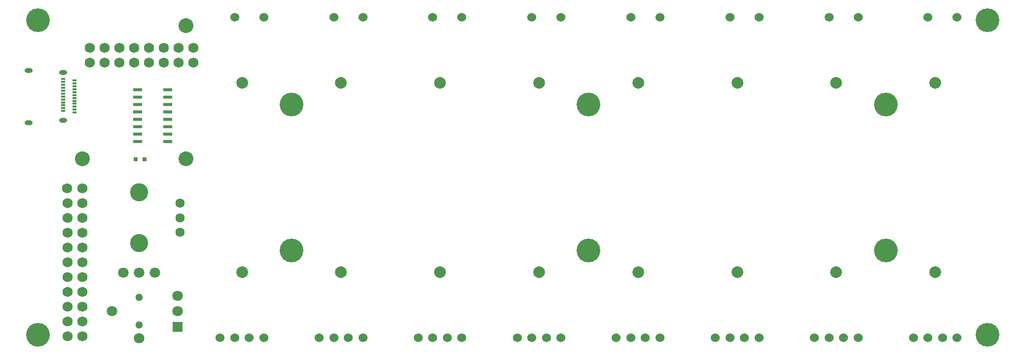
<source format=gbr>
G04 #@! TF.FileFunction,Soldermask,Top*
%FSLAX46Y46*%
G04 Gerber Fmt 4.6, Leading zero omitted, Abs format (unit mm)*
G04 Created by KiCad (PCBNEW 4.0.4-stable) date 07/11/17 15:37:42*
%MOMM*%
%LPD*%
G01*
G04 APERTURE LIST*
%ADD10C,0.100000*%
%ADD11C,1.727200*%
%ADD12C,4.064000*%
%ADD13C,2.540000*%
%ADD14C,3.100000*%
%ADD15C,1.600000*%
%ADD16R,0.800000X0.750000*%
%ADD17R,1.500000X0.600000*%
%ADD18R,1.800000X1.800000*%
%ADD19C,1.800000*%
%ADD20C,1.300000*%
%ADD21C,1.524000*%
%ADD22C,2.000000*%
%ADD23R,0.700000X0.300000*%
%ADD24O,1.400000X0.800000*%
G04 APERTURE END LIST*
D10*
D11*
X10620000Y3725000D03*
X10620000Y6265000D03*
X10620000Y8805000D03*
D12*
X148500000Y18500000D03*
X97500000Y18500000D03*
X46500000Y18500000D03*
D13*
X10620000Y34205000D03*
X28400000Y34205000D03*
D12*
X148500000Y43500000D03*
X46500000Y43500000D03*
X97500000Y43500000D03*
D11*
X8080000Y3725000D03*
X8080000Y6265000D03*
X8080000Y8805000D03*
X8000000Y29125000D03*
D14*
X20320000Y19699800D03*
X20320000Y28488200D03*
D15*
X27330400Y21594000D03*
X27330400Y24094000D03*
X27330400Y26594000D03*
D11*
X8080000Y21505000D03*
X10620000Y21505000D03*
X8080000Y24045000D03*
X10620000Y24045000D03*
X8080000Y13885000D03*
X10620000Y13885000D03*
X8080000Y18965000D03*
X10620000Y18965000D03*
X8080000Y16425000D03*
X10620000Y16425000D03*
X8080000Y11345000D03*
X10620000Y11345000D03*
X8080000Y26585000D03*
X10620000Y26585000D03*
D12*
X166000000Y58000000D03*
D16*
X19750000Y34125000D03*
X21250000Y34125000D03*
D12*
X166000000Y4000000D03*
X3000000Y4000000D03*
X3000000Y58000000D03*
D17*
X20085000Y37180000D03*
X25285000Y37180000D03*
X20085000Y38450000D03*
X25285000Y38450000D03*
X20085000Y39720000D03*
X25285000Y39720000D03*
X20085000Y40990000D03*
X25285000Y40990000D03*
X20085000Y42260000D03*
X25285000Y42260000D03*
X20085000Y43530000D03*
X25285000Y43530000D03*
X20085000Y44800000D03*
X25285000Y44800000D03*
X20085000Y46070000D03*
X25285000Y46070000D03*
D18*
X26920000Y5331400D03*
D19*
X26920000Y8031400D03*
X26920000Y10706400D03*
X23020000Y14631400D03*
X20320000Y14631400D03*
X17620000Y14631400D03*
X15720000Y8031400D03*
X20320000Y3431400D03*
D20*
X20320000Y10381400D03*
X20320000Y5681400D03*
D11*
X10620000Y29125000D03*
D21*
X34250000Y3500000D03*
X39250000Y3500000D03*
X36750000Y3500000D03*
X41750000Y3500000D03*
X36750000Y58500000D03*
X41750000Y58500000D03*
D22*
X38000000Y14750000D03*
X38000000Y47250000D03*
D21*
X51250000Y3500000D03*
X56250000Y3500000D03*
X53750000Y3500000D03*
X58750000Y3500000D03*
X53750000Y58500000D03*
X58750000Y58500000D03*
D22*
X55000000Y14750000D03*
X55000000Y47250000D03*
D21*
X68250000Y3500000D03*
X73250000Y3500000D03*
X70750000Y3500000D03*
X75750000Y3500000D03*
X70750000Y58500000D03*
X75750000Y58500000D03*
D22*
X72000000Y14750000D03*
X72000000Y47250000D03*
D21*
X85250000Y3500000D03*
X90250000Y3500000D03*
X87750000Y3500000D03*
X92750000Y3500000D03*
X87750000Y58500000D03*
X92750000Y58500000D03*
D22*
X89000000Y14750000D03*
X89000000Y47250000D03*
D21*
X102250000Y3500000D03*
X107250000Y3500000D03*
X104750000Y3500000D03*
X109750000Y3500000D03*
X104750000Y58500000D03*
X109750000Y58500000D03*
D22*
X106000000Y14750000D03*
X106000000Y47250000D03*
D21*
X119250000Y3500000D03*
X124250000Y3500000D03*
X121750000Y3500000D03*
X126750000Y3500000D03*
X121750000Y58500000D03*
X126750000Y58500000D03*
D22*
X123000000Y14750000D03*
X123000000Y47250000D03*
D21*
X136250000Y3500000D03*
X141250000Y3500000D03*
X138750000Y3500000D03*
X143750000Y3500000D03*
X138750000Y58500000D03*
X143750000Y58500000D03*
D22*
X140000000Y14750000D03*
X140000000Y47250000D03*
D21*
X153250000Y3500000D03*
X158250000Y3500000D03*
X155750000Y3500000D03*
X160750000Y3500000D03*
X155750000Y58500000D03*
X160750000Y58500000D03*
D22*
X157000000Y14750000D03*
X157000000Y47250000D03*
D13*
X28400000Y57065000D03*
D23*
X9209000Y47655000D03*
X9209000Y47155000D03*
X9209000Y46655000D03*
X9209000Y46155000D03*
X9209000Y45655000D03*
X9209000Y45155000D03*
X9209000Y44655000D03*
X9209000Y44155000D03*
X9209000Y43655000D03*
X9209000Y43155000D03*
X9209000Y42655000D03*
X9209000Y42155000D03*
X7299000Y42405000D03*
X7299000Y42905000D03*
X7299000Y43405000D03*
X7299000Y43905000D03*
X7299000Y44405000D03*
X7299000Y44905000D03*
X7299000Y45405000D03*
X7299000Y45905000D03*
X7299000Y46405000D03*
X7299000Y46905000D03*
X7299000Y47405000D03*
X7299000Y47905000D03*
D24*
X1349000Y49395000D03*
X1349000Y40415000D03*
X7299000Y49035000D03*
X7299000Y40775000D03*
D11*
X29670000Y50715000D03*
X29670000Y53255000D03*
X11890000Y50715000D03*
X11890000Y53255000D03*
X14430000Y50715000D03*
X14430000Y53255000D03*
X16970000Y50715000D03*
X16970000Y53255000D03*
X19510000Y50715000D03*
X19510000Y53255000D03*
X22050000Y50715000D03*
X22050000Y53255000D03*
X24590000Y50715000D03*
X24590000Y53255000D03*
X27130000Y50715000D03*
X27130000Y53255000D03*
M02*

</source>
